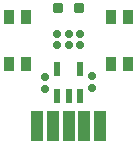
<source format=gts>
G04 #@! TF.GenerationSoftware,KiCad,Pcbnew,(6.0.9)*
G04 #@! TF.CreationDate,2023-01-08T15:38:34+09:00*
G04 #@! TF.ProjectId,BM71-Dongle,424d3731-2d44-46f6-9e67-6c652e6b6963,V2.0*
G04 #@! TF.SameCoordinates,Original*
G04 #@! TF.FileFunction,Soldermask,Top*
G04 #@! TF.FilePolarity,Negative*
%FSLAX46Y46*%
G04 Gerber Fmt 4.6, Leading zero omitted, Abs format (unit mm)*
G04 Created by KiCad (PCBNEW (6.0.9)) date 2023-01-08 15:38:34*
%MOMM*%
%LPD*%
G01*
G04 APERTURE LIST*
G04 Aperture macros list*
%AMRoundRect*
0 Rectangle with rounded corners*
0 $1 Rounding radius*
0 $2 $3 $4 $5 $6 $7 $8 $9 X,Y pos of 4 corners*
0 Add a 4 corners polygon primitive as box body*
4,1,4,$2,$3,$4,$5,$6,$7,$8,$9,$2,$3,0*
0 Add four circle primitives for the rounded corners*
1,1,$1+$1,$2,$3*
1,1,$1+$1,$4,$5*
1,1,$1+$1,$6,$7*
1,1,$1+$1,$8,$9*
0 Add four rect primitives between the rounded corners*
20,1,$1+$1,$2,$3,$4,$5,0*
20,1,$1+$1,$4,$5,$6,$7,0*
20,1,$1+$1,$6,$7,$8,$9,0*
20,1,$1+$1,$8,$9,$2,$3,0*%
G04 Aperture macros list end*
%ADD10R,0.900000X1.200000*%
%ADD11R,0.500000X1.200000*%
%ADD12RoundRect,0.150000X0.150000X-0.150000X0.150000X0.150000X-0.150000X0.150000X-0.150000X-0.150000X0*%
%ADD13R,1.000000X2.500000*%
%ADD14RoundRect,0.200000X-0.250000X-0.200000X0.250000X-0.200000X0.250000X0.200000X-0.250000X0.200000X0*%
%ADD15RoundRect,0.150000X-0.150000X0.150000X-0.150000X-0.150000X0.150000X-0.150000X0.150000X0.150000X0*%
G04 APERTURE END LIST*
D10*
X-3575000Y7000000D03*
X-3575000Y11000000D03*
X-5075000Y11000000D03*
X-5075000Y7000000D03*
D11*
X-950000Y4300000D03*
X0Y4300000D03*
X950000Y4300000D03*
X950000Y6600000D03*
X-950000Y6600000D03*
D12*
X2000000Y5000000D03*
X2000000Y6000000D03*
X1000000Y8600000D03*
X1000000Y9600000D03*
X-1000000Y8600000D03*
X-1000000Y9600000D03*
D13*
X2700000Y1800000D03*
X1350000Y1800000D03*
X0Y1800000D03*
X-1350000Y1800000D03*
X-2700000Y1800000D03*
D14*
X-850000Y11800000D03*
X850000Y11800000D03*
D15*
X-2000000Y5950000D03*
X-2000000Y4950000D03*
X0Y9600000D03*
X0Y8600000D03*
D10*
X3575000Y11000000D03*
X3575000Y7000000D03*
X5075000Y11000000D03*
X5075000Y7000000D03*
M02*

</source>
